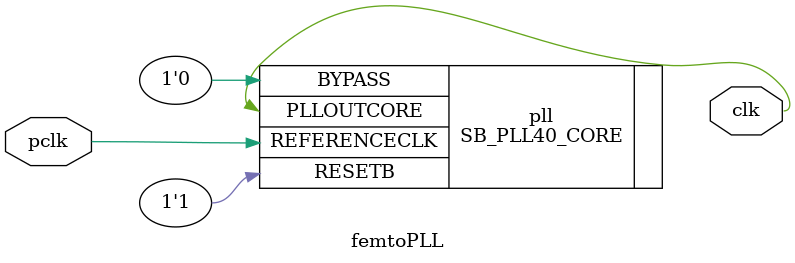
<source format=v>
module femtoPLL #(
    parameter freq = 40
 ) (
    input wire pclk,
    output wire clk
 );
   SB_PLL40_CORE pll (
      .REFERENCECLK(pclk),
      .PLLOUTCORE(clk),
      .RESETB(1'b1),
      .BYPASS(1'b0)
   );
   defparam pll.FEEDBACK_PATH="SIMPLE";
   defparam pll.PLLOUT_SELECT="GENCLK";
   generate
     case(freq)
     16: begin
      defparam pll.DIVR = 4'b0000;
      defparam pll.DIVF = 7'b1010100;
      defparam pll.DIVQ = 3'b110;
      defparam pll.FILTER_RANGE = 3'b001;
     end
     20: begin
      defparam pll.DIVR = 4'b0000;
      defparam pll.DIVF = 7'b0110100;
      defparam pll.DIVQ = 3'b101;
      defparam pll.FILTER_RANGE = 3'b001;
     end
     24: begin
      defparam pll.DIVR = 4'b0000;
      defparam pll.DIVF = 7'b0111111;
      defparam pll.DIVQ = 3'b101;
      defparam pll.FILTER_RANGE = 3'b001;
     end
     25: begin
      defparam pll.DIVR = 4'b0000;
      defparam pll.DIVF = 7'b1000010;
      defparam pll.DIVQ = 3'b101;
      defparam pll.FILTER_RANGE = 3'b001;
     end
     30: begin
      defparam pll.DIVR = 4'b0000;
      defparam pll.DIVF = 7'b1001111;
      defparam pll.DIVQ = 3'b101;
      defparam pll.FILTER_RANGE = 3'b001;
     end
     35: begin
      defparam pll.DIVR = 4'b0000;
      defparam pll.DIVF = 7'b0101110;
      defparam pll.DIVQ = 3'b100;
      defparam pll.FILTER_RANGE = 3'b001;
     end
     40: begin
      defparam pll.DIVR = 4'b0000;
      defparam pll.DIVF = 7'b0110100;
      defparam pll.DIVQ = 3'b100;
      defparam pll.FILTER_RANGE = 3'b001;
     end
     45: begin
      defparam pll.DIVR = 4'b0000;
      defparam pll.DIVF = 7'b0111011;
      defparam pll.DIVQ = 3'b100;
      defparam pll.FILTER_RANGE = 3'b001;
     end
     48: begin
      defparam pll.DIVR = 4'b0000;
      defparam pll.DIVF = 7'b0111111;
      defparam pll.DIVQ = 3'b100;
      defparam pll.FILTER_RANGE = 3'b001;
     end
     50: begin
      defparam pll.DIVR = 4'b0000;
      defparam pll.DIVF = 7'b1000010;
      defparam pll.DIVQ = 3'b100;
      defparam pll.FILTER_RANGE = 3'b001;
     end
     55: begin
      defparam pll.DIVR = 4'b0000;
      defparam pll.DIVF = 7'b1001000;
      defparam pll.DIVQ = 3'b100;
      defparam pll.FILTER_RANGE = 3'b001;
     end
     60: begin
      defparam pll.DIVR = 4'b0000;
      defparam pll.DIVF = 7'b1001111;
      defparam pll.DIVQ = 3'b100;
      defparam pll.FILTER_RANGE = 3'b001;
     end
     65: begin
      defparam pll.DIVR = 4'b0000;
      defparam pll.DIVF = 7'b1010110;
      defparam pll.DIVQ = 3'b100;
      defparam pll.FILTER_RANGE = 3'b001;
     end
     66: begin
      defparam pll.DIVR = 4'b0000;
      defparam pll.DIVF = 7'b1010111;
      defparam pll.DIVQ = 3'b100;
      defparam pll.FILTER_RANGE = 3'b001;
     end
     70: begin
      defparam pll.DIVR = 4'b0000;
      defparam pll.DIVF = 7'b0101110;
      defparam pll.DIVQ = 3'b011;
      defparam pll.FILTER_RANGE = 3'b001;
     end
     75: begin
      defparam pll.DIVR = 4'b0000;
      defparam pll.DIVF = 7'b0110001;
      defparam pll.DIVQ = 3'b011;
      defparam pll.FILTER_RANGE = 3'b001;
     end
     80: begin
      defparam pll.DIVR = 4'b0000;
      defparam pll.DIVF = 7'b0110100;
      defparam pll.DIVQ = 3'b011;
      defparam pll.FILTER_RANGE = 3'b001;
     end
     85: begin
      defparam pll.DIVR = 4'b0000;
      defparam pll.DIVF = 7'b0111000;
      defparam pll.DIVQ = 3'b011;
      defparam pll.FILTER_RANGE = 3'b001;
     end
     90: begin
      defparam pll.DIVR = 4'b0000;
      defparam pll.DIVF = 7'b0111011;
      defparam pll.DIVQ = 3'b011;
      defparam pll.FILTER_RANGE = 3'b001;
     end
     95: begin
      defparam pll.DIVR = 4'b0000;
      defparam pll.DIVF = 7'b0111110;
      defparam pll.DIVQ = 3'b011;
      defparam pll.FILTER_RANGE = 3'b001;
     end
     100: begin
      defparam pll.DIVR = 4'b0000;
      defparam pll.DIVF = 7'b1000010;
      defparam pll.DIVQ = 3'b011;
      defparam pll.FILTER_RANGE = 3'b001;
     end
     105: begin
      defparam pll.DIVR = 4'b0000;
      defparam pll.DIVF = 7'b1000101;
      defparam pll.DIVQ = 3'b011;
      defparam pll.FILTER_RANGE = 3'b001;
     end
     110: begin
      defparam pll.DIVR = 4'b0000;
      defparam pll.DIVF = 7'b1001000;
      defparam pll.DIVQ = 3'b011;
      defparam pll.FILTER_RANGE = 3'b001;
     end
     115: begin
      defparam pll.DIVR = 4'b0000;
      defparam pll.DIVF = 7'b1001100;
      defparam pll.DIVQ = 3'b011;
      defparam pll.FILTER_RANGE = 3'b001;
     end
     120: begin
      defparam pll.DIVR = 4'b0000;
      defparam pll.DIVF = 7'b1001111;
      defparam pll.DIVQ = 3'b011;
      defparam pll.FILTER_RANGE = 3'b001;
     end
     125: begin
      defparam pll.DIVR = 4'b0000;
      defparam pll.DIVF = 7'b1010010;
      defparam pll.DIVQ = 3'b011;
      defparam pll.FILTER_RANGE = 3'b001;
     end
     130: begin
      defparam pll.DIVR = 4'b0000;
      defparam pll.DIVF = 7'b1010110;
      defparam pll.DIVQ = 3'b011;
      defparam pll.FILTER_RANGE = 3'b001;
     end
     135: begin
      defparam pll.DIVR = 4'b0000;
      defparam pll.DIVF = 7'b0101100;
      defparam pll.DIVQ = 3'b010;
      defparam pll.FILTER_RANGE = 3'b001;
     end
     140: begin
      defparam pll.DIVR = 4'b0000;
      defparam pll.DIVF = 7'b0101110;
      defparam pll.DIVQ = 3'b010;
      defparam pll.FILTER_RANGE = 3'b001;
     end
     150: begin
      defparam pll.DIVR = 4'b0000;
      defparam pll.DIVF = 7'b0110001;
      defparam pll.DIVQ = 3'b010;
      defparam pll.FILTER_RANGE = 3'b001;
     end
     160: begin
      defparam pll.DIVR = 4'b0000;
      defparam pll.DIVF = 7'b0110100;
      defparam pll.DIVQ = 3'b010;
      defparam pll.FILTER_RANGE = 3'b001;
     end
     170: begin
      defparam pll.DIVR = 4'b0000;
      defparam pll.DIVF = 7'b0111000;
      defparam pll.DIVQ = 3'b010;
      defparam pll.FILTER_RANGE = 3'b001;
     end
     180: begin
      defparam pll.DIVR = 4'b0000;
      defparam pll.DIVF = 7'b0111011;
      defparam pll.DIVQ = 3'b010;
      defparam pll.FILTER_RANGE = 3'b001;
     end
     190: begin
      defparam pll.DIVR = 4'b0000;
      defparam pll.DIVF = 7'b0111110;
      defparam pll.DIVQ = 3'b010;
      defparam pll.FILTER_RANGE = 3'b001;
     end
     200: begin
      defparam pll.DIVR = 4'b0000;
      defparam pll.DIVF = 7'b1000010;
      defparam pll.DIVQ = 3'b010;
      defparam pll.FILTER_RANGE = 3'b001;
     end
     default: UNKNOWN_FREQUENCY unknown_frequency();
     endcase
  endgenerate   

endmodule  

</source>
